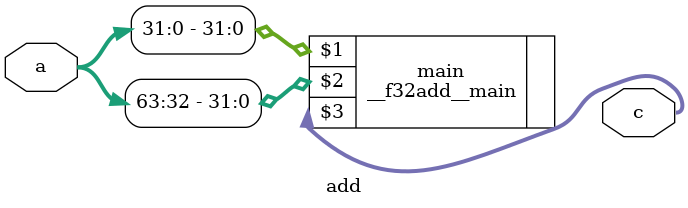
<source format=v>
`include "f32add.opt.v"

module main(input wire [31:0] a, input wire [31:0] b, output wire [31:0] c);
   add add_0({ a, b }, c);
endmodule // main

(* private *)
module add(input wire [63:0] a, output wire [31:0] c);
   __f32add__main main(a[31:0], a[63:32], c);
endmodule // add

</source>
